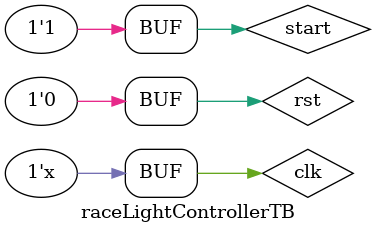
<source format=v>
`timescale 1ns/1ns

module raceLightControllerTB;
  reg rst;
  reg start;
  reg clk;
  wire red;
  wire yellow;
  wire green;
  
  raceLightController controller(clk, start, rst, red, yellow, green);
  
  initial begin
    start = 0;
    clk = 0;
    rst = 1;
    #10 rst = 0;
    #10 start = 1;
  end
  
  always begin
    #10 clk = ~clk;
  end
endmodule
</source>
